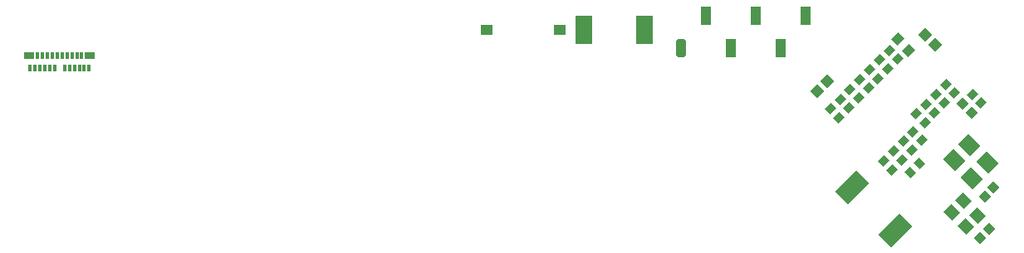
<source format=gbp>
G04*
G04 #@! TF.GenerationSoftware,Altium Limited,CircuitMaker,2.2.1 (2.2.1.6)*
G04*
G04 Layer_Color=16770453*
%FSLAX25Y25*%
%MOIN*%
G70*
G04*
G04 #@! TF.SameCoordinates,51275918-D11F-4CD5-9039-D10E8471D0EB*
G04*
G04*
G04 #@! TF.FilePolarity,Positive*
G04*
G01*
G75*
G04:AMPARAMS|DCode=70|XSize=66.93mil|YSize=59.05mil|CornerRadius=0mil|HoleSize=0mil|Usage=FLASHONLY|Rotation=135.000|XOffset=0mil|YOffset=0mil|HoleType=Round|Shape=Rectangle|*
%AMROTATEDRECTD70*
4,1,4,0.04454,-0.00278,0.00278,-0.04454,-0.04454,0.00278,-0.00278,0.04454,0.04454,-0.00278,0.0*
%
%ADD70ROTATEDRECTD70*%

G04:AMPARAMS|DCode=71|XSize=51.18mil|YSize=43.31mil|CornerRadius=0mil|HoleSize=0mil|Usage=FLASHONLY|Rotation=135.000|XOffset=0mil|YOffset=0mil|HoleType=Round|Shape=Rectangle|*
%AMROTATEDRECTD71*
4,1,4,0.03341,-0.00278,0.00278,-0.03341,-0.03341,0.00278,-0.00278,0.03341,0.03341,-0.00278,0.0*
%
%ADD71ROTATEDRECTD71*%

G04:AMPARAMS|DCode=72|XSize=35.43mil|YSize=33.47mil|CornerRadius=0mil|HoleSize=0mil|Usage=FLASHONLY|Rotation=315.000|XOffset=0mil|YOffset=0mil|HoleType=Round|Shape=Rectangle|*
%AMROTATEDRECTD72*
4,1,4,-0.02436,0.00070,-0.00070,0.02436,0.02436,-0.00070,0.00070,-0.02436,-0.02436,0.00070,0.0*
%
%ADD72ROTATEDRECTD72*%

G04:AMPARAMS|DCode=73|XSize=74.8mil|YSize=42.13mil|CornerRadius=0mil|HoleSize=0mil|Usage=FLASHONLY|Rotation=270.000|XOffset=0mil|YOffset=0mil|HoleType=Round|Shape=Octagon|*
%AMOCTAGOND73*
4,1,8,-0.01053,-0.03740,0.01053,-0.03740,0.02106,-0.02687,0.02106,0.02687,0.01053,0.03740,-0.01053,0.03740,-0.02106,0.02687,-0.02106,-0.02687,-0.01053,-0.03740,0.0*
%
%ADD73OCTAGOND73*%

%ADD74R,0.04213X0.07480*%
%ADD75R,0.07087X0.11811*%
%ADD76R,0.04724X0.03937*%
G04:AMPARAMS|DCode=77|XSize=70.87mil|YSize=118.11mil|CornerRadius=0mil|HoleSize=0mil|Usage=FLASHONLY|Rotation=315.000|XOffset=0mil|YOffset=0mil|HoleType=Round|Shape=Rectangle|*
%AMROTATEDRECTD77*
4,1,4,-0.06681,-0.01670,0.01670,0.06681,0.06681,0.01670,-0.01670,-0.06681,-0.06681,-0.01670,0.0*
%
%ADD77ROTATEDRECTD77*%

%ADD78R,0.01181X0.02756*%
G04:AMPARAMS|DCode=79|XSize=35.43mil|YSize=31.5mil|CornerRadius=0mil|HoleSize=0mil|Usage=FLASHONLY|Rotation=315.000|XOffset=0mil|YOffset=0mil|HoleType=Round|Shape=Rectangle|*
%AMROTATEDRECTD79*
4,1,4,-0.02366,0.00139,-0.00139,0.02366,0.02366,-0.00139,0.00139,-0.02366,-0.02366,0.00139,0.0*
%
%ADD79ROTATEDRECTD79*%

G04:AMPARAMS|DCode=80|XSize=35.43mil|YSize=31.5mil|CornerRadius=0mil|HoleSize=0mil|Usage=FLASHONLY|Rotation=225.000|XOffset=0mil|YOffset=0mil|HoleType=Round|Shape=Rectangle|*
%AMROTATEDRECTD80*
4,1,4,0.00139,0.02366,0.02366,0.00139,-0.00139,-0.02366,-0.02366,-0.00139,0.00139,0.02366,0.0*
%
%ADD80ROTATEDRECTD80*%

G04:AMPARAMS|DCode=81|XSize=37.4mil|YSize=39.37mil|CornerRadius=0mil|HoleSize=0mil|Usage=FLASHONLY|Rotation=315.000|XOffset=0mil|YOffset=0mil|HoleType=Round|Shape=Rectangle|*
%AMROTATEDRECTD81*
4,1,4,-0.02714,-0.00070,0.00070,0.02714,0.02714,0.00070,-0.00070,-0.02714,-0.02714,-0.00070,0.0*
%
%ADD81ROTATEDRECTD81*%

G04:AMPARAMS|DCode=82|XSize=35.43mil|YSize=33.47mil|CornerRadius=0mil|HoleSize=0mil|Usage=FLASHONLY|Rotation=225.000|XOffset=0mil|YOffset=0mil|HoleType=Round|Shape=Rectangle|*
%AMROTATEDRECTD82*
4,1,4,0.00070,0.02436,0.02436,0.00070,-0.00070,-0.02436,-0.02436,-0.00070,0.00070,0.02436,0.0*
%
%ADD82ROTATEDRECTD82*%

%ADD83R,0.03937X0.02756*%
G04:AMPARAMS|DCode=84|XSize=39.37mil|YSize=41.34mil|CornerRadius=0mil|HoleSize=0mil|Usage=FLASHONLY|Rotation=135.000|XOffset=0mil|YOffset=0mil|HoleType=Round|Shape=Rectangle|*
%AMROTATEDRECTD84*
4,1,4,0.02854,0.00070,-0.00070,-0.02854,-0.02854,-0.00070,0.00070,0.02854,0.02854,0.00070,0.0*
%
%ADD84ROTATEDRECTD84*%

G04:AMPARAMS|DCode=85|XSize=39.37mil|YSize=41.34mil|CornerRadius=0mil|HoleSize=0mil|Usage=FLASHONLY|Rotation=225.000|XOffset=0mil|YOffset=0mil|HoleType=Round|Shape=Rectangle|*
%AMROTATEDRECTD85*
4,1,4,-0.00070,0.02854,0.02854,-0.00070,0.00070,-0.02854,-0.02854,0.00070,-0.00070,0.02854,0.0*
%
%ADD85ROTATEDRECTD85*%

D70*
X1589135Y482474D02*
D03*
X1582064Y489545D02*
D03*
X1588189Y495669D02*
D03*
X1595260Y488598D02*
D03*
D71*
X1586847Y462890D02*
D03*
X1581001Y468737D02*
D03*
X1585594Y473330D02*
D03*
X1591440Y467484D02*
D03*
D72*
X1597873Y478778D02*
D03*
X1594254Y475159D02*
D03*
X1592285Y458427D02*
D03*
X1595904Y462046D02*
D03*
D73*
X1472244Y534842D02*
D03*
D74*
X1482244Y547835D02*
D03*
X1492244Y534842D02*
D03*
X1502244Y547835D02*
D03*
X1512244Y534842D02*
D03*
X1522244Y547835D02*
D03*
D75*
X1457677Y541929D02*
D03*
X1433268D02*
D03*
D76*
X1423622D02*
D03*
X1394488D02*
D03*
D77*
X1541173Y478709D02*
D03*
X1558433Y461449D02*
D03*
D78*
X1227953Y531693D02*
D03*
X1218110D02*
D03*
X1217126Y526575D02*
D03*
X1228937D02*
D03*
X1219094D02*
D03*
X1225984Y531693D02*
D03*
X1231890D02*
D03*
X1229921D02*
D03*
X1216142D02*
D03*
X1214173D02*
D03*
X1220079D02*
D03*
X1224016D02*
D03*
X1222047D02*
D03*
X1234842Y526575D02*
D03*
X1232874D02*
D03*
X1230906D02*
D03*
X1226968D02*
D03*
X1225000D02*
D03*
X1221063D02*
D03*
X1215158D02*
D03*
X1213189D02*
D03*
X1211220D02*
D03*
D79*
X1564567Y484842D02*
D03*
X1568047Y488322D02*
D03*
D80*
X1578575Y520047D02*
D03*
X1582055Y516567D02*
D03*
X1574638Y516110D02*
D03*
X1578118Y512630D02*
D03*
X1555937Y533826D02*
D03*
X1559417Y530347D02*
D03*
X1589402Y516110D02*
D03*
X1592882Y512630D02*
D03*
X1570701Y512173D02*
D03*
X1574181Y508693D02*
D03*
X1552000Y529889D02*
D03*
X1555480Y526410D02*
D03*
X1566764Y508236D02*
D03*
X1570244Y504756D02*
D03*
X1548063Y525952D02*
D03*
X1551543Y522473D02*
D03*
X1544126Y522015D02*
D03*
X1547606Y518536D02*
D03*
X1569031Y497638D02*
D03*
X1565551Y501118D02*
D03*
X1540189Y518079D02*
D03*
X1543669Y514599D02*
D03*
X1565094Y493701D02*
D03*
X1561614Y497181D02*
D03*
X1536252Y514142D02*
D03*
X1539732Y510662D02*
D03*
X1561157Y489764D02*
D03*
X1557677Y493244D02*
D03*
X1532315Y510205D02*
D03*
X1535795Y506725D02*
D03*
X1557220Y485827D02*
D03*
X1553740Y489307D02*
D03*
D81*
X1563841Y533797D02*
D03*
X1559387Y538251D02*
D03*
D82*
X1585395Y512243D02*
D03*
X1589014Y508624D02*
D03*
D83*
X1235236Y531693D02*
D03*
X1210827D02*
D03*
D84*
X1531222Y521379D02*
D03*
X1527046Y517203D02*
D03*
D85*
X1570353Y540080D02*
D03*
X1574529Y535904D02*
D03*
M02*

</source>
